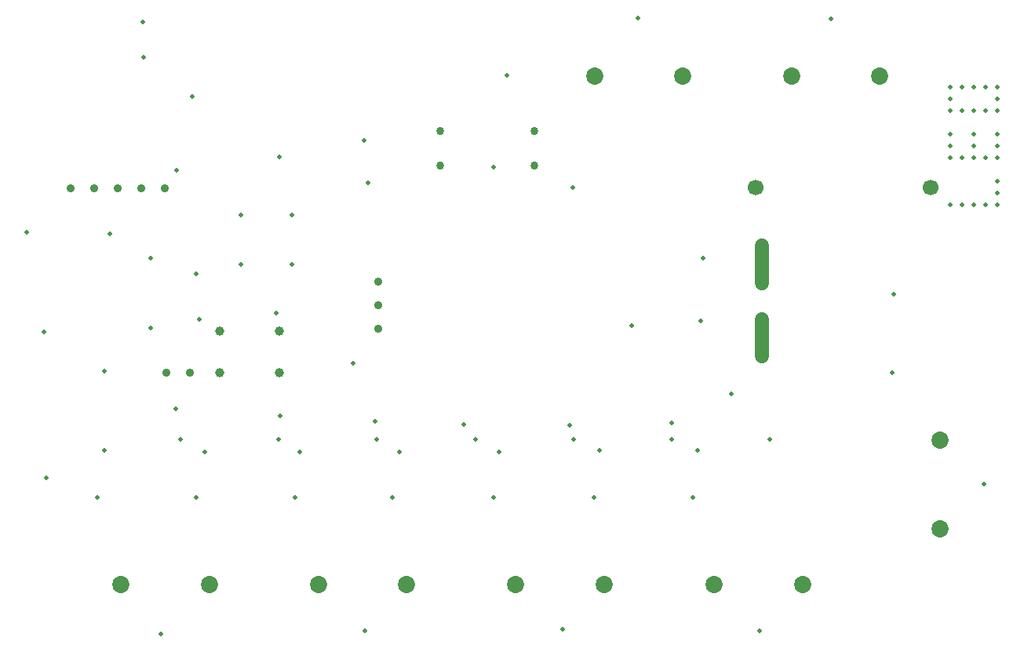
<source format=gbr>
%TF.GenerationSoftware,Novarm,DipTrace,3.3.0.1*%
%TF.CreationDate,2018-11-14T10:14:50-08:00*%
%FSLAX26Y26*%
%MOIN*%
%TF.FileFunction,Plated,1,2,PTH,Drill*%
%TF.Part,Single*%
%TA.AperFunction,ComponentDrill*%
%ADD21C,0.03937*%
%TA.AperFunction,ViaDrill*%
%ADD68C,0.019121*%
%TA.AperFunction,ComponentDrill*%
%ADD70C,0.066929*%
%ADD71C,0.035433*%
%ADD72C,0.073*%
%ADD73C,0.034003*%
%ADD74C,0.059055*%
G75*
G01*
D70*
X3566928Y2417322D3*
X4308661D3*
D71*
X1961859Y2018490D3*
Y1918490D3*
Y1818490D3*
D72*
X2881889Y2889743D3*
X3256889D3*
X3718523D3*
X4093523D3*
X4347932Y1342991D3*
Y967991D3*
X3764251Y730806D3*
X3389251D3*
X2921731D3*
X2546731D3*
X2083149D3*
X1708149D3*
X1244566D3*
X869566D3*
D73*
X2224409Y2509842D3*
X2624409D3*
X2624015Y2657480D3*
X2224015D3*
D71*
X656751Y2415460D3*
X756751D3*
X856751D3*
X956751D3*
X1056751D3*
X3590550Y2011810D2*
D74*
Y2169291D1*
Y1700787D2*
Y1858267D1*
D71*
X1161860Y1631031D3*
X1061860D3*
D21*
X1543109D3*
Y1808196D3*
X1287204D3*
Y1631031D3*
D68*
X3208661Y1348424D3*
X3625983D3*
X2791338D3*
X2374015D3*
X1539369D3*
X1956692D3*
X1122046D3*
X3318897Y1299212D3*
X3208661Y1417322D3*
X2901574Y1299212D3*
X2051180Y1295275D3*
X2326771Y1409448D3*
X2775590Y1407480D3*
X2476377Y1295275D3*
X1948818Y1425196D3*
X1545275Y1446850D3*
X1629920Y1295275D3*
X1224409D3*
X1102361Y1476377D3*
X799212Y1299212D3*
X1917322Y2437007D3*
X1543306Y2547243D3*
X1106298Y2492125D3*
X1039369Y519684D3*
X960629Y3122046D3*
X1173228Y2803149D3*
X1200787Y1858267D3*
X1188976Y2051180D3*
X1527558Y1885826D3*
X1905511Y535432D3*
X2744094Y539369D3*
X994094Y1820865D3*
Y2116141D3*
X3330708Y1850393D3*
X4392125Y2342519D3*
X4442125D3*
X4492125D3*
X799212Y1637794D3*
X767716Y1102361D3*
X1188976D3*
X1610235D3*
X2023621D3*
X2452755D3*
X2877952D3*
X3299212D3*
X1377952Y2299212D3*
X1594487D3*
Y2090550D3*
X1377952D3*
X4542125Y2342519D3*
X4592125D3*
Y2392519D3*
Y2442519D3*
Y2542519D3*
X4542125D3*
X4492125D3*
X4442125D3*
X4392125D3*
Y2592519D3*
Y2642519D3*
X4492125Y2592519D3*
Y2642519D3*
X4592125Y2592519D3*
Y2642519D3*
X4392125Y2742519D3*
X4442125D3*
X4492125D3*
X4542125D3*
X4592125Y2792519D3*
X4542125Y2842519D3*
X4492125D3*
X4442125D3*
X4392125D3*
Y2792519D3*
X4592125Y2742519D3*
Y2842519D3*
X3582676Y535432D3*
X4535432Y1157480D3*
X4145669Y1629920D3*
X4153543Y1964566D3*
X3885826Y3133857D3*
X3066928Y3137794D3*
X2507873Y2893700D3*
X964566Y2972440D3*
X1901574Y2618109D3*
X2452755Y2503936D3*
X2787401Y2417322D3*
X3342519Y2118109D3*
X3039369Y1830708D3*
X3460629Y1539369D3*
X1854330Y1669291D3*
X543306Y1803149D3*
X468503Y2228346D3*
X551180Y1185039D3*
X822834Y2220472D3*
M02*

</source>
